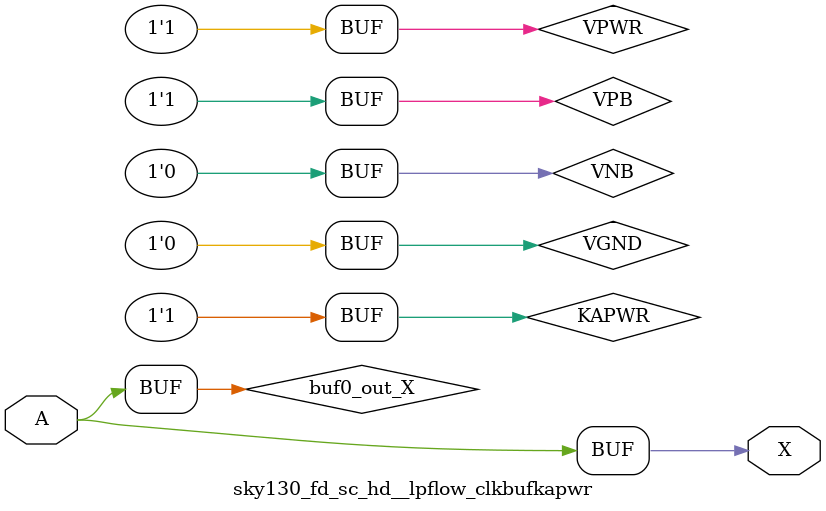
<source format=v>
/*
 * Copyright 2020 The SkyWater PDK Authors
 *
 * Licensed under the Apache License, Version 2.0 (the "License");
 * you may not use this file except in compliance with the License.
 * You may obtain a copy of the License at
 *
 *     https://www.apache.org/licenses/LICENSE-2.0
 *
 * Unless required by applicable law or agreed to in writing, software
 * distributed under the License is distributed on an "AS IS" BASIS,
 * WITHOUT WARRANTIES OR CONDITIONS OF ANY KIND, either express or implied.
 * See the License for the specific language governing permissions and
 * limitations under the License.
 *
 * SPDX-License-Identifier: Apache-2.0
*/


`ifndef SKY130_FD_SC_HD__LPFLOW_CLKBUFKAPWR_BEHAVIORAL_V
`define SKY130_FD_SC_HD__LPFLOW_CLKBUFKAPWR_BEHAVIORAL_V

/**
 * lpflow_clkbufkapwr: Clock tree buffer on keep-alive power rail.
 *
 * Verilog simulation functional model.
 */

`timescale 1ns / 1ps
`default_nettype none

`celldefine
module sky130_fd_sc_hd__lpflow_clkbufkapwr (
    X,
    A
);

    // Module ports
    output X;
    input  A;

    // Module supplies
    supply1 KAPWR;
    supply1 VPWR ;
    supply0 VGND ;
    supply1 VPB  ;
    supply0 VNB  ;

    // Local signals
    wire buf0_out_X;

    //  Name  Output      Other arguments
    buf buf0 (buf0_out_X, A              );
    buf buf1 (X         , buf0_out_X     );

endmodule
`endcelldefine

`default_nettype wire
`endif  // SKY130_FD_SC_HD__LPFLOW_CLKBUFKAPWR_BEHAVIORAL_V
</source>
